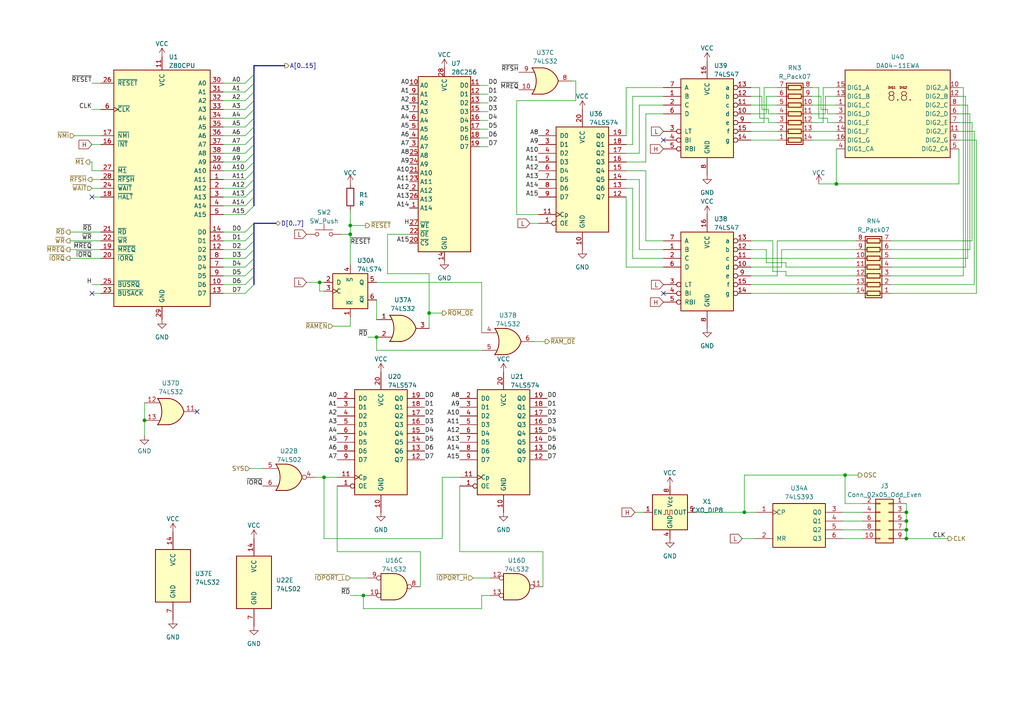
<source format=kicad_sch>
(kicad_sch (version 20230121) (generator eeschema)
  (paper "A4")
  (junction (at 242.57 53.34))
  (junction (at 262.89 148.59))
  (junction (at 124.46 90.805))
  (junction (at 215.9 148.59))
  (junction (at 262.89 151.13))
  (junction (at 262.89 153.67))
  (junction (at 101.6 67.945))
  (junction (at 41.91 121.92))
  (junction (at 92.71 81.915))
  (junction (at 245.11 137.795))
  (junction (at 105.41 172.72))
  (junction (at 109.22 97.79))
  (junction (at 93.98 138.43))
  (junction (at 262.89 156.21))
  (junction (at 101.6 65.405))
  (no_connect (at 192.405 85.09))
  (no_connect (at 26.67 57.15))
  (no_connect (at 26.67 85.09))
  (no_connect (at 192.405 40.64))
  (no_connect (at 57.15 119.38))
  (bus_entry (at 71.12 62.23) (size 2.54 -2.54))
  (bus_entry (at 71.12 26.67) (size 2.54 -2.54))
  (bus_entry (at 71.12 54.61) (size 2.54 -2.54))
  (bus_entry (at 71.12 44.45) (size 2.54 -2.54))
  (bus_entry (at 71.12 46.99) (size 2.54 -2.54))
  (bus_entry (at 71.12 82.55) (size 2.54 -2.54))
  (bus_entry (at 71.12 29.21) (size 2.54 -2.54))
  (bus_entry (at 71.12 85.09) (size 2.54 -2.54))
  (bus_entry (at 71.12 57.15) (size 2.54 -2.54))
  (bus_entry (at 71.12 36.83) (size 2.54 -2.54))
  (bus_entry (at 71.12 39.37) (size 2.54 -2.54))
  (bus_entry (at 71.12 74.93) (size 2.54 -2.54))
  (bus_entry (at 71.12 52.07) (size 2.54 -2.54))
  (bus_entry (at 71.12 24.13) (size 2.54 -2.54))
  (bus_entry (at 71.12 59.69) (size 2.54 -2.54))
  (bus_entry (at 71.12 72.39) (size 2.54 -2.54))
  (bus_entry (at 71.12 49.53) (size 2.54 -2.54))
  (bus_entry (at 71.12 41.91) (size 2.54 -2.54))
  (bus_entry (at 71.12 34.29) (size 2.54 -2.54))
  (bus_entry (at 71.12 80.01) (size 2.54 -2.54))
  (bus_entry (at 71.12 77.47) (size 2.54 -2.54))
  (bus_entry (at 71.12 31.75) (size 2.54 -2.54))
  (bus_entry (at 71.12 67.31) (size 2.54 -2.54))
  (bus_entry (at 71.12 69.85) (size 2.54 -2.54))
  (wire (pts (xy 64.77 39.37) (xy 71.12 39.37)))
  (wire (pts (xy 244.475 151.13) (xy 250.19 151.13)))
  (wire (pts (xy 283.21 40.64) (xy 278.13 40.64)))
  (bus (pts (xy 73.66 41.91) (xy 73.66 39.37)))
  (wire (pts (xy 64.77 72.39) (xy 71.12 72.39)))
  (wire (pts (xy 281.94 35.56) (xy 278.13 35.56)))
  (wire (pts (xy 262.89 148.59) (xy 262.89 151.13)))
  (wire (pts (xy 245.11 137.795) (xy 248.92 137.795)))
  (wire (pts (xy 139.065 34.925) (xy 141.605 34.925)))
  (wire (pts (xy 26.67 41.91) (xy 29.21 41.91)))
  (wire (pts (xy 238.125 27.94) (xy 238.125 31.75)))
  (wire (pts (xy 262.89 156.21) (xy 274.955 156.21)))
  (wire (pts (xy 121.92 160.02) (xy 121.92 170.18)))
  (bus (pts (xy 73.66 64.77) (xy 80.01 64.77)))
  (wire (pts (xy 105.41 172.72) (xy 106.68 172.72)))
  (wire (pts (xy 217.805 82.55) (xy 248.285 82.55)))
  (wire (pts (xy 226.695 72.39) (xy 248.285 72.39)))
  (bus (pts (xy 73.66 67.31) (xy 73.66 64.77)))
  (wire (pts (xy 139.065 32.385) (xy 141.605 32.385)))
  (wire (pts (xy 64.77 57.15) (xy 71.12 57.15)))
  (wire (pts (xy 154.94 99.06) (xy 158.115 99.06)))
  (wire (pts (xy 239.395 33.02) (xy 239.395 27.94)))
  (wire (pts (xy 181.61 77.47) (xy 192.405 77.47)))
  (wire (pts (xy 235.585 33.02) (xy 239.395 33.02)))
  (wire (pts (xy 183.515 27.94) (xy 192.405 27.94)))
  (wire (pts (xy 157.48 160.02) (xy 157.48 170.18)))
  (wire (pts (xy 97.79 140.97) (xy 97.79 160.02)))
  (wire (pts (xy 185.42 44.45) (xy 185.42 30.48)))
  (wire (pts (xy 240.03 31.75) (xy 240.03 33.02)))
  (wire (pts (xy 101.6 76.835) (xy 101.6 67.945)))
  (wire (pts (xy 64.77 82.55) (xy 71.12 82.55)))
  (wire (pts (xy 139.065 42.545) (xy 141.605 42.545)))
  (wire (pts (xy 26.67 82.55) (xy 29.21 82.55)))
  (wire (pts (xy 238.125 31.75) (xy 240.03 31.75)))
  (wire (pts (xy 128.27 138.43) (xy 128.27 156.21)))
  (wire (pts (xy 281.94 69.85) (xy 281.94 35.56)))
  (bus (pts (xy 73.66 52.07) (xy 73.66 49.53)))
  (wire (pts (xy 283.21 85.09) (xy 283.21 40.64)))
  (bus (pts (xy 73.66 46.99) (xy 73.66 44.45)))
  (wire (pts (xy 240.03 33.02) (xy 242.57 33.02)))
  (wire (pts (xy 97.79 160.02) (xy 121.92 160.02)))
  (bus (pts (xy 73.66 21.59) (xy 73.66 19.05)))
  (wire (pts (xy 215.265 156.21) (xy 219.075 156.21)))
  (wire (pts (xy 201.93 148.59) (xy 215.9 148.59)))
  (wire (pts (xy 217.805 72.39) (xy 222.25 72.39)))
  (wire (pts (xy 64.77 67.31) (xy 71.12 67.31)))
  (wire (pts (xy 167.005 29.21) (xy 149.86 29.21)))
  (wire (pts (xy 217.805 35.56) (xy 221.615 35.56)))
  (wire (pts (xy 64.77 26.67) (xy 71.12 26.67)))
  (wire (pts (xy 235.585 40.64) (xy 242.57 40.64)))
  (wire (pts (xy 64.77 59.69) (xy 71.12 59.69)))
  (wire (pts (xy 225.425 69.85) (xy 248.285 69.85)))
  (wire (pts (xy 64.77 31.75) (xy 71.12 31.75)))
  (wire (pts (xy 181.61 57.15) (xy 181.61 77.47)))
  (wire (pts (xy 238.76 35.56) (xy 235.585 35.56)))
  (wire (pts (xy 139.7 172.72) (xy 139.7 176.53)))
  (wire (pts (xy 217.805 85.09) (xy 248.285 85.09)))
  (wire (pts (xy 153.67 64.77) (xy 156.21 64.77)))
  (wire (pts (xy 101.6 94.615) (xy 96.52 94.615)))
  (wire (pts (xy 64.77 24.13) (xy 71.12 24.13)))
  (wire (pts (xy 20.32 72.39) (xy 29.21 72.39)))
  (wire (pts (xy 41.91 116.84) (xy 41.91 121.92)))
  (wire (pts (xy 101.6 65.405) (xy 106.045 65.405)))
  (wire (pts (xy 105.41 176.53) (xy 105.41 172.72)))
  (wire (pts (xy 64.77 80.01) (xy 71.12 80.01)))
  (wire (pts (xy 242.57 25.4) (xy 238.76 25.4)))
  (wire (pts (xy 64.77 52.07) (xy 71.12 52.07)))
  (wire (pts (xy 26.67 57.15) (xy 29.21 57.15)))
  (wire (pts (xy 227.965 76.2) (xy 227.965 77.47)))
  (wire (pts (xy 280.035 77.47) (xy 258.445 77.47)))
  (wire (pts (xy 235.585 38.1) (xy 242.57 38.1)))
  (wire (pts (xy 227.965 78.74) (xy 227.965 80.01)))
  (wire (pts (xy 101.6 67.945) (xy 99.06 67.945)))
  (wire (pts (xy 221.615 25.4) (xy 225.425 25.4)))
  (wire (pts (xy 109.22 81.915) (xy 139.7 81.915)))
  (wire (pts (xy 64.77 29.21) (xy 71.12 29.21)))
  (wire (pts (xy 281.305 33.02) (xy 281.305 72.39)))
  (wire (pts (xy 26.67 31.75) (xy 29.21 31.75)))
  (wire (pts (xy 222.25 33.02) (xy 222.25 27.94)))
  (wire (pts (xy 221.615 35.56) (xy 221.615 25.4)))
  (wire (pts (xy 181.61 44.45) (xy 185.42 44.45)))
  (wire (pts (xy 217.805 38.1) (xy 225.425 38.1)))
  (wire (pts (xy 92.71 81.915) (xy 93.98 81.915)))
  (wire (pts (xy 258.445 85.09) (xy 283.21 85.09)))
  (wire (pts (xy 222.25 76.2) (xy 227.965 76.2)))
  (wire (pts (xy 133.35 140.97) (xy 133.35 160.02)))
  (wire (pts (xy 64.77 36.83) (xy 71.12 36.83)))
  (wire (pts (xy 101.6 167.64) (xy 106.68 167.64)))
  (wire (pts (xy 109.22 86.995) (xy 109.22 92.71)))
  (wire (pts (xy 237.49 34.29) (xy 240.03 34.29)))
  (wire (pts (xy 26.67 49.53) (xy 29.21 49.53)))
  (wire (pts (xy 222.885 35.56) (xy 225.425 35.56)))
  (wire (pts (xy 181.61 52.07) (xy 185.42 52.07)))
  (wire (pts (xy 93.98 138.43) (xy 97.79 138.43)))
  (wire (pts (xy 26.67 52.07) (xy 29.21 52.07)))
  (wire (pts (xy 192.405 74.93) (xy 183.515 74.93)))
  (wire (pts (xy 224.155 78.74) (xy 227.965 78.74)))
  (wire (pts (xy 139.7 96.52) (xy 139.7 81.915)))
  (wire (pts (xy 237.49 25.4) (xy 237.49 34.29)))
  (wire (pts (xy 222.885 34.29) (xy 222.885 35.56)))
  (wire (pts (xy 106.68 97.79) (xy 109.22 97.79)))
  (bus (pts (xy 73.66 26.67) (xy 73.66 24.13)))
  (wire (pts (xy 258.445 72.39) (xy 281.305 72.39)))
  (wire (pts (xy 226.695 77.47) (xy 226.695 72.39)))
  (wire (pts (xy 217.805 74.93) (xy 248.285 74.93)))
  (wire (pts (xy 183.515 74.93) (xy 183.515 54.61)))
  (bus (pts (xy 73.66 24.13) (xy 73.66 21.59)))
  (wire (pts (xy 167.005 23.495) (xy 167.005 29.21)))
  (wire (pts (xy 124.46 90.805) (xy 128.27 90.805)))
  (wire (pts (xy 139.7 176.53) (xy 105.41 176.53)))
  (wire (pts (xy 142.24 172.72) (xy 139.7 172.72)))
  (bus (pts (xy 73.66 54.61) (xy 73.66 52.07)))
  (wire (pts (xy 26.67 46.99) (xy 26.67 49.53)))
  (wire (pts (xy 118.745 67.945) (xy 112.395 67.945)))
  (wire (pts (xy 26.67 85.09) (xy 29.21 85.09)))
  (wire (pts (xy 244.475 153.67) (xy 250.19 153.67)))
  (wire (pts (xy 139.065 37.465) (xy 141.605 37.465)))
  (wire (pts (xy 235.585 25.4) (xy 237.49 25.4)))
  (bus (pts (xy 73.66 36.83) (xy 73.66 34.29)))
  (wire (pts (xy 184.15 148.59) (xy 186.69 148.59)))
  (wire (pts (xy 187.325 46.99) (xy 187.325 33.02)))
  (wire (pts (xy 278.13 38.1) (xy 282.575 38.1)))
  (wire (pts (xy 217.805 27.94) (xy 220.98 27.94)))
  (bus (pts (xy 73.66 72.39) (xy 73.66 69.85)))
  (wire (pts (xy 242.57 43.18) (xy 242.57 53.34)))
  (bus (pts (xy 73.66 44.45) (xy 73.66 41.91)))
  (wire (pts (xy 149.86 62.23) (xy 156.21 62.23)))
  (wire (pts (xy 244.475 148.59) (xy 250.19 148.59)))
  (wire (pts (xy 149.86 29.21) (xy 149.86 62.23)))
  (wire (pts (xy 101.6 172.72) (xy 105.41 172.72)))
  (wire (pts (xy 282.575 38.1) (xy 282.575 82.55)))
  (wire (pts (xy 235.585 30.48) (xy 242.57 30.48)))
  (wire (pts (xy 109.22 97.79) (xy 109.22 101.6)))
  (wire (pts (xy 222.25 72.39) (xy 222.25 76.2)))
  (wire (pts (xy 278.13 33.02) (xy 281.305 33.02)))
  (wire (pts (xy 93.98 84.455) (xy 92.71 84.455)))
  (wire (pts (xy 240.03 34.29) (xy 240.03 35.56)))
  (bus (pts (xy 73.66 29.21) (xy 73.66 26.67)))
  (wire (pts (xy 217.805 25.4) (xy 220.345 25.4)))
  (wire (pts (xy 262.89 153.67) (xy 262.89 156.21)))
  (wire (pts (xy 183.515 54.61) (xy 181.61 54.61)))
  (wire (pts (xy 20.32 67.31) (xy 29.21 67.31)))
  (wire (pts (xy 237.49 53.34) (xy 242.57 53.34)))
  (wire (pts (xy 258.445 74.93) (xy 280.67 74.93)))
  (wire (pts (xy 128.27 156.21) (xy 93.98 156.21)))
  (wire (pts (xy 187.325 69.85) (xy 187.325 49.53)))
  (wire (pts (xy 64.77 69.85) (xy 71.12 69.85)))
  (wire (pts (xy 262.89 146.05) (xy 262.89 148.59)))
  (wire (pts (xy 133.35 138.43) (xy 128.27 138.43)))
  (wire (pts (xy 112.395 67.945) (xy 112.395 79.375)))
  (wire (pts (xy 220.98 31.75) (xy 222.885 31.75)))
  (wire (pts (xy 217.805 77.47) (xy 226.695 77.47)))
  (wire (pts (xy 124.46 90.805) (xy 124.46 95.25)))
  (wire (pts (xy 181.61 41.91) (xy 183.515 41.91)))
  (wire (pts (xy 139.065 27.305) (xy 141.605 27.305)))
  (wire (pts (xy 139.065 29.845) (xy 141.605 29.845)))
  (wire (pts (xy 240.03 35.56) (xy 242.57 35.56)))
  (wire (pts (xy 222.885 31.75) (xy 222.885 33.02)))
  (wire (pts (xy 217.805 33.02) (xy 222.25 33.02)))
  (wire (pts (xy 26.67 24.13) (xy 29.21 24.13)))
  (wire (pts (xy 224.155 69.85) (xy 224.155 78.74)))
  (wire (pts (xy 238.76 25.4) (xy 238.76 35.56)))
  (wire (pts (xy 137.16 167.64) (xy 142.24 167.64)))
  (wire (pts (xy 279.4 25.4) (xy 279.4 80.01)))
  (wire (pts (xy 242.57 53.34) (xy 278.13 53.34)))
  (wire (pts (xy 112.395 79.375) (xy 124.46 79.375)))
  (wire (pts (xy 220.345 25.4) (xy 220.345 34.29)))
  (bus (pts (xy 73.66 80.01) (xy 73.66 77.47)))
  (wire (pts (xy 215.9 137.795) (xy 245.11 137.795)))
  (wire (pts (xy 181.61 25.4) (xy 181.61 39.37)))
  (wire (pts (xy 280.67 74.93) (xy 280.67 30.48)))
  (wire (pts (xy 217.805 40.64) (xy 225.425 40.64)))
  (wire (pts (xy 20.32 74.93) (xy 29.21 74.93)))
  (wire (pts (xy 92.71 84.455) (xy 92.71 81.915)))
  (wire (pts (xy 101.6 92.075) (xy 101.6 94.615)))
  (wire (pts (xy 165.735 23.495) (xy 167.005 23.495)))
  (wire (pts (xy 101.6 60.96) (xy 101.6 65.405)))
  (bus (pts (xy 73.66 19.05) (xy 82.55 19.05)))
  (wire (pts (xy 215.9 148.59) (xy 219.075 148.59)))
  (bus (pts (xy 73.66 59.69) (xy 73.66 57.15)))
  (wire (pts (xy 64.77 49.53) (xy 71.12 49.53)))
  (wire (pts (xy 72.39 135.89) (xy 76.2 135.89)))
  (wire (pts (xy 217.805 30.48) (xy 225.425 30.48)))
  (wire (pts (xy 217.805 80.01) (xy 225.425 80.01)))
  (wire (pts (xy 217.805 69.85) (xy 224.155 69.85)))
  (wire (pts (xy 139.7 101.6) (xy 109.22 101.6)))
  (wire (pts (xy 26.035 46.99) (xy 26.67 46.99)))
  (wire (pts (xy 192.405 69.85) (xy 187.325 69.85)))
  (wire (pts (xy 93.98 156.21) (xy 93.98 138.43)))
  (wire (pts (xy 124.46 79.375) (xy 124.46 90.805)))
  (wire (pts (xy 220.98 27.94) (xy 220.98 31.75)))
  (bus (pts (xy 73.66 74.93) (xy 73.66 72.39)))
  (wire (pts (xy 64.77 77.47) (xy 71.12 77.47)))
  (wire (pts (xy 64.77 85.09) (xy 71.12 85.09)))
  (wire (pts (xy 280.67 30.48) (xy 278.13 30.48)))
  (wire (pts (xy 41.91 121.92) (xy 41.91 126.365)))
  (bus (pts (xy 73.66 31.75) (xy 73.66 29.21)))
  (wire (pts (xy 64.77 54.61) (xy 71.12 54.61)))
  (wire (pts (xy 282.575 82.55) (xy 258.445 82.55)))
  (wire (pts (xy 187.325 49.53) (xy 181.61 49.53)))
  (wire (pts (xy 222.885 33.02) (xy 225.425 33.02)))
  (wire (pts (xy 279.4 25.4) (xy 278.13 25.4)))
  (wire (pts (xy 192.405 25.4) (xy 181.61 25.4)))
  (wire (pts (xy 185.42 52.07) (xy 185.42 72.39)))
  (wire (pts (xy 139.065 24.765) (xy 141.605 24.765)))
  (wire (pts (xy 185.42 30.48) (xy 192.405 30.48)))
  (wire (pts (xy 235.585 27.94) (xy 238.125 27.94)))
  (wire (pts (xy 262.89 151.13) (xy 262.89 153.67)))
  (wire (pts (xy 227.965 77.47) (xy 248.285 77.47)))
  (wire (pts (xy 64.77 44.45) (xy 71.12 44.45)))
  (wire (pts (xy 183.515 41.91) (xy 183.515 27.94)))
  (wire (pts (xy 91.44 138.43) (xy 93.98 138.43)))
  (wire (pts (xy 64.77 34.29) (xy 71.12 34.29)))
  (wire (pts (xy 139.065 40.005) (xy 141.605 40.005)))
  (wire (pts (xy 239.395 27.94) (xy 242.57 27.94)))
  (wire (pts (xy 185.42 72.39) (xy 192.405 72.39)))
  (wire (pts (xy 279.4 80.01) (xy 258.445 80.01)))
  (bus (pts (xy 73.66 82.55) (xy 73.66 80.01)))
  (wire (pts (xy 101.6 65.405) (xy 101.6 67.945)))
  (wire (pts (xy 26.67 54.61) (xy 29.21 54.61)))
  (wire (pts (xy 278.13 27.94) (xy 280.035 27.94)))
  (wire (pts (xy 245.11 146.05) (xy 245.11 137.795)))
  (bus (pts (xy 73.66 57.15) (xy 73.66 54.61)))
  (wire (pts (xy 227.965 80.01) (xy 248.285 80.01)))
  (wire (pts (xy 64.77 46.99) (xy 71.12 46.99)))
  (wire (pts (xy 133.35 160.02) (xy 157.48 160.02)))
  (wire (pts (xy 280.035 27.94) (xy 280.035 77.47)))
  (wire (pts (xy 20.32 69.85) (xy 29.21 69.85)))
  (wire (pts (xy 278.13 53.34) (xy 278.13 43.18)))
  (wire (pts (xy 225.425 80.01) (xy 225.425 69.85)))
  (bus (pts (xy 73.66 69.85) (xy 73.66 67.31)))
  (wire (pts (xy 245.11 146.05) (xy 250.19 146.05)))
  (bus (pts (xy 73.66 39.37) (xy 73.66 36.83)))
  (bus (pts (xy 73.66 49.53) (xy 73.66 46.99)))
  (bus (pts (xy 73.66 77.47) (xy 73.66 74.93)))
  (bus (pts (xy 73.66 34.29) (xy 73.66 31.75)))
  (wire (pts (xy 220.345 34.29) (xy 222.885 34.29)))
  (wire (pts (xy 64.77 41.91) (xy 71.12 41.91)))
  (wire (pts (xy 21.59 39.37) (xy 29.21 39.37)))
  (wire (pts (xy 181.61 46.99) (xy 187.325 46.99)))
  (wire (pts (xy 187.325 33.02) (xy 192.405 33.02)))
  (wire (pts (xy 64.77 62.23) (xy 71.12 62.23)))
  (wire (pts (xy 258.445 69.85) (xy 281.94 69.85)))
  (wire (pts (xy 244.475 156.21) (xy 250.19 156.21)))
  (wire (pts (xy 215.9 137.795) (xy 215.9 148.59)))
  (wire (pts (xy 88.9 81.915) (xy 92.71 81.915)))
  (wire (pts (xy 64.77 74.93) (xy 71.12 74.93)))
  (wire (pts (xy 222.25 27.94) (xy 225.425 27.94)))
  (text "'Maginot Line' bug:\nIf SYS is not qualified by next M1, an NMI triggered by an IO would\nimmediately switch the system to SYS mode, then the IO would be \nallowed to proceed. (If gate delay is fast enough to enable IO\nbefore /WR or /IORQ rises) Therefore nullifying the entire IO\nprotection system. A program can perform 1 IO operation before\nMonika can intervene and stop it. A program can even prevent\nMonika from intervening by using the write to swap out zero page" (at 293.37 -31.75 0) (effects (font (size 1.27 1.27)) (justify left bottom)))
  (text "'Infinite return' bug:\nIf SYS is not qualified with M1, a write to GOUSR would immediately\nput the system to USR mode. Thus the write would cause an NMI.\nA service routine would then be called, and return by writing to\nGOUSR, creating an infinite loop in which the system can never\nexit SYS mode." (at 293.37 -17.78 0) (effects (font (size 1.27 1.27)) (justify left bottom)))
  (text "U19A generate the 'original' sys signal (indicating RST instruction)\nSYSGATE is for emulation. Some machines use RST for other functions.\nNeed to keep those virtual machines in user mode.\nThe signal is qualified with rising edge of /M1 signal.\nData may be unstable during memory access, if RST accidentally\nforms, HEC should not be put into sys mode.\n/NMI is qualified with falling edge of CLK (rising of /CLK),\nthen immediately falling edge of /M1 (rising of M1).\nIf this is not done, an NMI happening between the last cycle of\none instruction and the beginning of the next will qualify as a\nSYS transition. Thus allowing the next user instruction to\nperform IO. This will cause very-hard-to-debug problem that\nonly happens on extremely rare situations, thus have to be avoided.\nThis circuit will miss any transient NMI pulse ending before \nlast cycle of instruction. An RS flip-flop can solve this issue\n(set by /NMI, reset when /NMI is qualified by falling of M1)\nthis replicates the internal operations of Z80. However, since\nall interrupts on the HEC are held until serviced, this circuit\nis not necessary." (at 196.85 -6.35 0) (effects (font (size 1.27 1.27)) (justify left bottom)))
  (text "Device 0 (system device) port arrangement:\nport 0: PAGE_L: lower byte of the page address\nport 1: PAGE_H: higher nibble of the page address and attribute bits\nport 2: PID/TIMER: process id (write)\nport 3: INTERRUPT: interrupt state (read, clears protection interrupts) or interrupt mask (write)\nport 4: FADDR_L: lower address of the page fault\nport 5: FADDR_H: higher address of the page fault\nport 6: INTEN: enable interrupt\nport 7: GOUSR: go to user mode" (at 312.42 12.7 0) (effects (font (size 1.27 1.27)) (justify left bottom)))
  (text "weird stuff with HEC:\nslower CPU would work, faster would not (solved by using the fastest\nand designing with the constraints of z84c0020). Even at slow clock.\nIOMM (IO mapped memory)\nflipping the bus on its head (address bus twister)\ncatching instructions (the GAL)\nlatching address bus (for IN B/C,(BC) and LD H/L,(HL))\nDDCB prefix (and FDCB, this should be talked together with \ninstrction catcher)\nAND instructions\nUsing instruction length to our advantage (all IO are 2 bytes)\nA push to nothing (avoiding sys access PUSH when responding to NMI)\n'Phantom stack': two registers acting as a fake stack for calls and returns" (at 224.79 -62.23 0) (effects (font (size 1.27 1.27)) (justify left bottom)))
  (label "H" (at 26.67 82.55 180))
  (label "D5" (at 123.19 128.27 0))
  (label "A9" (at 67.31 46.99 0))
  (label "D0" (at 123.19 115.57 0))
  (label "A3" (at 67.31 31.75 0))
  (label "A5" (at 67.31 36.83 0))
  (label "A14" (at 67.31 59.69 0))
  (label "~{RFSH}" (at 150.495 20.955 180))
  (label "A15" (at 118.745 70.485 180))
  (label "A1" (at 97.79 118.11 180))
  (label "D0" (at 141.605 24.765 0))
  (label "D6" (at 158.75 130.81 0))
  (label "A3" (at 118.745 32.385 180))
  (label "~{IORQ}" (at 76.2 140.97 180))
  (label "A2" (at 118.745 29.845 180))
  (label "~{RD}" (at 26.67 67.31 180))
  (label "A12" (at 118.745 55.245 180))
  (label "A9" (at 133.35 118.11 180))
  (label "D4" (at 158.75 125.73 0))
  (label "A10" (at 118.745 50.165 180))
  (label "D1" (at 123.19 118.11 0))
  (label "~{WR}" (at 26.67 69.85 180))
  (label "A13" (at 156.21 52.07 180))
  (label "D4" (at 67.31 77.47 0))
  (label "A3" (at 97.79 123.19 180))
  (label "D6" (at 123.19 130.81 0))
  (label "A9" (at 156.21 41.91 180))
  (label "A8" (at 133.35 115.57 180))
  (label "A0" (at 67.31 24.13 0))
  (label "~{MREQ}" (at 150.495 26.035 180))
  (label "A7" (at 97.79 133.35 180))
  (label "D5" (at 141.605 37.465 0))
  (label "A2" (at 97.79 120.65 180))
  (label "A14" (at 156.21 54.61 180))
  (label "D3" (at 123.19 123.19 0))
  (label "D0" (at 67.31 67.31 0))
  (label "A13" (at 118.745 57.785 180))
  (label "D7" (at 67.31 85.09 0))
  (label "D1" (at 67.31 69.85 0))
  (label "A7" (at 118.745 42.545 180))
  (label "D3" (at 158.75 123.19 0))
  (label "A4" (at 67.31 34.29 0))
  (label "D1" (at 141.605 27.305 0))
  (label "A0" (at 97.79 115.57 180))
  (label "A11" (at 118.745 52.705 180))
  (label "D2" (at 123.19 120.65 0))
  (label "A13" (at 67.31 57.15 0))
  (label "H" (at 118.745 65.405 180))
  (label "A10" (at 156.21 44.45 180))
  (label "A14" (at 118.745 60.325 180))
  (label "D5" (at 67.31 80.01 0))
  (label "A7" (at 67.31 41.91 0))
  (label "D2" (at 67.31 72.39 0))
  (label "D1" (at 158.75 118.11 0))
  (label "D2" (at 141.605 29.845 0))
  (label "A6" (at 118.745 40.005 180))
  (label "A4" (at 118.745 34.925 180))
  (label "D3" (at 141.605 32.385 0))
  (label "A2" (at 67.31 29.21 0))
  (label "CLK" (at 270.51 156.21 0))
  (label "A9" (at 118.745 47.625 180))
  (label "~{MREQ}" (at 26.67 72.39 180))
  (label "A11" (at 133.35 123.19 180))
  (label "A15" (at 67.31 62.23 0))
  (label "A12" (at 156.21 49.53 180))
  (label "A6" (at 97.79 130.81 180))
  (label "~{RD}" (at 106.68 97.79 180))
  (label "A1" (at 118.745 27.305 180))
  (label "D7" (at 123.19 133.35 0))
  (label "A10" (at 133.35 120.65 180))
  (label "D7" (at 158.75 133.35 0))
  (label "A11" (at 156.21 46.99 180))
  (label "D6" (at 67.31 82.55 0))
  (label "A8" (at 156.21 39.37 180))
  (label "A10" (at 67.31 49.53 0))
  (label "A11" (at 67.31 52.07 0))
  (label "D5" (at 158.75 128.27 0))
  (label "A6" (at 67.31 39.37 0))
  (label "D3" (at 67.31 74.93 0))
  (label "A5" (at 97.79 128.27 180))
  (label "A12" (at 133.35 125.73 180))
  (label "D6" (at 141.605 40.005 0))
  (label "~{IORQ}" (at 26.67 74.93 180))
  (label "~{RESET}" (at 101.6 71.12 0))
  (label "A13" (at 133.35 128.27 180))
  (label "D0" (at 158.75 115.57 0))
  (label "A8" (at 67.31 44.45 0))
  (label "A0" (at 118.745 24.765 180))
  (label "D4" (at 141.605 34.925 0))
  (label "A15" (at 133.35 133.35 180))
  (label "D7" (at 141.605 42.545 0))
  (label "A15" (at 156.21 57.15 180))
  (label "D2" (at 158.75 120.65 0))
  (label "A1" (at 67.31 26.67 0))
  (label "~{RD}" (at 101.6 172.72 180))
  (label "A12" (at 67.31 54.61 0))
  (label "A14" (at 133.35 130.81 180))
  (label "CLK" (at 26.67 31.75 180))
  (label "D4" (at 123.19 125.73 0))
  (label "A8" (at 118.745 45.085 180))
  (label "~{RESET}" (at 26.67 24.13 180))
  (label "A4" (at 97.79 125.73 180))
  (label "A5" (at 118.745 37.465 180))
  (global_label "L" (shape input) (at 88.9 67.945 180) (property "Intersheetrefs" "${INTERSHEET_REFS}" (effects hide)))
  (global_label "H" (shape input) (at 192.405 43.18 180) (property "Intersheetrefs" "${INTERSHEET_REFS}" (effects hide)))
  (global_label "L" (shape input) (at 153.67 64.77 180) (property "Intersheetrefs" "${INTERSHEET_REFS}" (effects hide)))
  (global_label "H" (shape input) (at 192.405 87.63 180) (property "Intersheetrefs" "${INTERSHEET_REFS}" (effects hide)))
  (global_label "L" (shape input) (at 215.265 156.21 180) (property "Intersheetrefs" "${INTERSHEET_REFS}" (effects hide)))
  (global_label "H" (shape input) (at 26.67 41.91 180) (property "Intersheetrefs" "${INTERSHEET_REFS}" (effects hide)))
  (global_label "H" (shape input) (at 184.15 148.59 180) (property "Intersheetrefs" "${INTERSHEET_REFS}" (effects hide)))
  (global_label "L" (shape input) (at 192.405 82.55 180) (property "Intersheetrefs" "${INTERSHEET_REFS}" (effects hide)))
  (global_label "L" (shape input) (at 192.405 38.1 180) (property "Intersheetrefs" "${INTERSHEET_REFS}" (effects hide)))
  (global_label "L" (shape input) (at 88.9 81.915 180) (property "Intersheetrefs" "${INTERSHEET_REFS}" (effects hide)))
  (hierarchical_label "~{RESET}" (shape output) (at 106.045 65.405 0))
  (hierarchical_label "A[0..15]" (shape output) (at 82.55 19.05 0))
  (hierarchical_label "~{MREQ}" (shape output) (at 20.32 72.39 180))
  (hierarchical_label "SYS" (shape input) (at 72.39 135.89 180))
  (hierarchical_label "~{WAIT}" (shape input) (at 26.67 54.61 180))
  (hierarchical_label "~{IOPORT_H}" (shape input) (at 137.16 167.64 180))
  (hierarchical_label "~{RAM_OE}" (shape output) (at 158.115 99.06 0))
  (hierarchical_label "~{RAMEN}" (shape input) (at 96.52 94.615 180))
  (hierarchical_label "D[0..7]" (shape tri_state) (at 80.01 64.77 0))
  (hierarchical_label "~{IOPORT_L}" (shape input) (at 101.6 167.64 180))
  (hierarchical_label "~{WR}" (shape output) (at 20.32 69.85 180))
  (hierarchical_label "~{ROM_OE}" (shape output) (at 128.27 90.805 0))
  (hierarchical_label "CLK" (shape output) (at 274.955 156.21 0))
  (hierarchical_label "~{NMI}" (shape input) (at 21.59 39.37 180))
  (hierarchical_label "~{M1}" (shape output) (at 26.035 46.99 180))
  (hierarchical_label "~{RD}" (shape output) (at 20.32 67.31 180))
  (hierarchical_label "~{IORQ}" (shape output) (at 20.32 74.93 180))
  (hierarchical_label "OSC" (shape output) (at 248.92 137.795 0))
  (hierarchical_label "~{RFSH}" (shape output) (at 26.67 52.07 180))
  (symbol (lib_id "power:VCC") (at 168.91 31.75 0) (unit 1)
    (property "Reference" "#PWR091" (effects hide))
    (property "Value" "VCC" (at 168.91 27.94 0))
  )
  (symbol (lib_id "Device:R_Pack07") (at 253.365 77.47 90) (unit 1)
    (property "Reference" "RN4" (at 253.365 64.135 90))
    (property "Value" "R_Pack07" (at 253.365 66.675 90))
    (property "Footprint" "Package_DIP:DIP-14_W7.62mm" (effects hide))
  )
  (symbol (lib_id "74xx:74LS47") (at 205.105 77.47 0) (unit 1)
    (property "Reference" "U38" (at 207.0609 63.5 0) (effects (justify left)))
    (property "Value" "74LS47" (at 207.0609 66.04 0) (effects (justify left)))
    (property "Footprint" "Package_DIP:DIP-16_W7.62mm_Socket" (effects hide))
    (property "Datasheet" "http://www.ti.com/lit/gpn/sn74LS47" (effects hide))
  )
  (symbol (lib_id "74xx:74LS32") (at 149.86 170.18 0) (unit 4) (convert 2)
    (property "Reference" "U16" (at 149.86 162.56 0))
    (property "Value" "74LS32" (at 149.86 165.1 0))
    (property "Footprint" "Package_DIP:DIP-14_W7.62mm_Socket" (effects hide))
    (property "Datasheet" "http://www.ti.com/lit/gpn/sn74LS32" (effects hide))
  )
  (symbol (lib_id "power:GND") (at 168.91 72.39 0) (unit 1)
    (property "Reference" "#PWR092" (effects hide))
    (property "Value" "GND" (at 168.91 77.47 0))
  )
  (symbol (lib_id "74xx:74LS574") (at 110.49 128.27 0) (unit 1)
    (property "Reference" "U20" (at 112.4459 109.22 0) (effects (justify left)))
    (property "Value" "74LS574" (at 112.4459 111.76 0) (effects (justify left)))
    (property "Footprint" "Package_DIP:DIP-20_W7.62mm_Socket" (effects hide))
    (property "Datasheet" "http://www.ti.com/lit/gpn/sn74LS574" (effects hide))
  )
  (symbol (lib_id "Display_Character:DA04-11EWA") (at 260.35 33.02 0) (unit 1)
    (property "Reference" "U40" (at 260.35 16.51 0))
    (property "Value" "DA04-11EWA" (at 260.35 19.05 0))
    (property "Footprint" "Display_7Segment:DA04-11SURKWA" (effects hide))
    (property "Datasheet" "http://www.kingbrightusa.com/images/catalog/SPEC/DA04-11EWA.pdf" (effects hide))
  )
  (symbol (lib_id "power:GND") (at 128.905 75.565 0) (unit 1)
    (property "Reference" "#PWR076" (effects hide))
    (property "Value" "GND" (at 128.905 80.645 0))
  )
  (symbol (lib_id "power:GND") (at 73.66 181.61 0) (unit 1)
    (property "Reference" "#PWR015" (effects hide))
    (property "Value" "GND" (at 73.66 186.69 0))
    (instances (project "HEC1" (path "" (reference "#PWR015") (unit 1)) (path "" (reference "#PWR090") (unit 1))))
  )
  (symbol (lib_id "power:GND") (at 146.05 148.59 0) (unit 1)
    (property "Reference" "#PWR030" (effects hide))
    (property "Value" "GND" (at 146.05 153.67 0))
  )
  (symbol (lib_id "74xx:74LS574") (at 168.91 52.07 0) (unit 1)
    (property "Reference" "U36" (at 170.8659 33.02 0) (effects (justify left)))
    (property "Value" "74LS574" (at 170.8659 35.56 0) (effects (justify left)))
    (property "Footprint" "Package_DIP:DIP-20_W7.62mm_Socket" (effects hide))
    (property "Datasheet" "http://www.ti.com/lit/gpn/sn74LS574" (effects hide))
  )
  (symbol (lib_id "power:GND") (at 110.49 148.59 0) (unit 1)
    (property "Reference" "#PWR029" (effects hide))
    (property "Value" "GND" (at 110.49 153.67 0))
  )
  (symbol (lib_id "power:VCC") (at 46.99 16.51 0) (unit 1)
    (property "Reference" "#PWR017" (effects hide))
    (property "Value" "VCC" (at 46.99 12.7 0))
  )
  (symbol (lib_id "Oscillator:CXO_DIP8") (at 194.31 148.59 0) (unit 1)
    (property "Reference" "X1" (at 205.105 145.4659 0))
    (property "Value" "CXO_DIP8" (at 205.105 148.0059 0))
    (property "Footprint" "Oscillator:Oscillator_DIP-8" (effects hide))
    (property "Datasheet" "http://cdn-reichelt.de/documents/datenblatt/B400/OSZI.pdf" (effects hide))
  )
  (symbol (lib_id "power:VCC") (at 110.49 107.95 0) (unit 1)
    (property "Reference" "#PWR027" (effects hide))
    (property "Value" "VCC" (at 110.49 104.14 0))
  )
  (symbol (lib_id "74xx:74LS32") (at 49.53 119.38 0) (unit 4)
    (property "Reference" "U37" (at 49.53 111.125 0))
    (property "Value" "74LS32" (at 49.53 113.665 0))
    (property "Footprint" "Package_DIP:DIP-14_W7.62mm_Socket" (effects hide))
    (property "Datasheet" "http://www.ti.com/lit/gpn/sn74LS32" (effects hide))
  )
  (symbol (lib_id "power:GND") (at 194.31 156.21 0) (unit 1)
    (property "Reference" "#PWR078" (effects hide))
    (property "Value" "GND" (at 194.31 161.29 0))
  )
  (symbol (lib_id "power:VCC") (at 205.105 17.78 0) (unit 1)
    (property "Reference" "#PWR0101" (effects hide))
    (property "Value" "VCC" (at 205.105 13.97 0))
  )
  (symbol (lib_id "power:VCC") (at 128.905 19.685 0) (unit 1)
    (property "Reference" "#PWR075" (effects hide))
    (property "Value" "VCC" (at 128.905 15.875 0))
  )
  (symbol (lib_id "74xx:74LS02") (at 83.82 138.43 0) (unit 2)
    (property "Reference" "U22" (at 83.82 130.81 0))
    (property "Value" "74LS02" (at 83.82 133.35 0))
    (property "Footprint" "Package_DIP:DIP-14_W7.62mm_Socket" (effects hide))
    (property "Datasheet" "http://www.ti.com/lit/gpn/sn74ls02" (effects hide))
  )
  (symbol (lib_id "74xx:74LS393") (at 231.775 151.13 0) (unit 1)
    (property "Reference" "U34" (at 231.775 141.605 0))
    (property "Value" "74LS393" (at 231.775 144.145 0))
    (property "Footprint" "Package_DIP:DIP-14_W7.62mm_Socket" (effects hide))
    (property "Datasheet" "74xx\\74LS393.pdf" (effects hide))
  )
  (symbol (lib_id "Connector_Generic:Conn_02x05_Odd_Even") (at 257.81 151.13 0) (mirror y) (unit 1)
    (property "Reference" "J3" (at 256.54 140.97 0))
    (property "Value" "Conn_02x05_Odd_Even" (at 256.54 143.51 0))
    (property "Footprint" "Connector_PinHeader_2.54mm:PinHeader_2x05_P2.54mm_Vertical" (effects hide))
  )
  (symbol (lib_id "power:GND") (at 50.165 179.705 0) (unit 1)
    (property "Reference" "#PWR093" (effects hide))
    (property "Value" "GND" (at 50.165 184.785 0))
  )
  (symbol (lib_id "power:VCC") (at 237.49 53.34 0) (unit 1)
    (property "Reference" "#PWR0103" (effects hide))
    (property "Value" "VCC" (at 237.49 50.165 0))
  )
  (symbol (lib_id "Switch:SW_Push") (at 93.98 67.945 0) (mirror y) (unit 1)
    (property "Reference" "SW2" (at 93.98 61.595 0))
    (property "Value" "SW_Push" (at 93.98 64.135 0))
    (property "Footprint" "Button_Switch_THT:SW_PUSH_6mm" (effects hide))
  )
  (symbol (lib_id "Memory_EEPROM:28C256") (at 128.905 47.625 0) (unit 1)
    (property "Reference" "U7" (at 130.8609 18.415 0) (effects (justify left)))
    (property "Value" "28C256" (at 130.8609 20.955 0) (effects (justify left)))
    (property "Footprint" "Package_DIP:DIP-28_W15.24mm_Socket" (effects hide))
    (property "Datasheet" "http://ww1.microchip.com/downloads/en/DeviceDoc/doc0006.pdf" (effects hide))
  )
  (symbol (lib_id "74xx:74LS574") (at 146.05 128.27 0) (unit 1)
    (property "Reference" "U21" (at 148.0059 109.22 0) (effects (justify left)))
    (property "Value" "74LS574" (at 148.0059 111.76 0) (effects (justify left)))
    (property "Footprint" "Package_DIP:DIP-20_W7.62mm_Socket" (effects hide))
    (property "Datasheet" "http://www.ti.com/lit/gpn/sn74LS574" (effects hide))
  )
  (symbol (lib_id "74xx:74LS74") (at 101.6 84.455 0) (unit 1)
    (property "Reference" "U30" (at 103.5559 75.565 0) (effects (justify left)))
    (property "Value" "74LS74" (at 103.5559 78.105 0) (effects (justify left)))
    (property "Footprint" "Package_DIP:DIP-14_W7.62mm_Socket" (effects hide))
    (property "Datasheet" "74xx/74hc_hct74.pdf" (effects hide))
  )
  (symbol (lib_id "power:VCC") (at 101.6 53.34 0) (unit 1)
    (property "Reference" "#PWR094" (effects hide))
    (property "Value" "VCC" (at 101.6 50.165 0))
  )
  (symbol (lib_id "74xx:74LS32") (at 158.115 23.495 0) (unit 3)
    (property "Reference" "U37" (at 158.115 15.24 0))
    (property "Value" "74LS32" (at 158.115 17.78 0))
    (property "Footprint" "Package_DIP:DIP-14_W7.62mm_Socket" (effects hide))
    (property "Datasheet" "http://www.ti.com/lit/gpn/sn74LS32" (effects hide))
  )
  (symbol (lib_id "74xx:74LS32") (at 116.84 95.25 0) (unit 1)
    (property "Reference" "U37" (at 116.84 86.995 0))
    (property "Value" "74LS32" (at 116.84 89.535 0))
    (property "Footprint" "Package_DIP:DIP-14_W7.62mm_Socket" (effects hide))
    (property "Datasheet" "http://www.ti.com/lit/gpn/sn74LS32" (effects hide))
  )
  (symbol (lib_id "power:GND") (at 46.99 92.71 0) (unit 1)
    (property "Reference" "#PWR018" (effects hide))
    (property "Value" "GND" (at 46.99 97.79 0))
  )
  (symbol (lib_id "74xx:74LS32") (at 114.3 170.18 0) (unit 3) (convert 2)
    (property "Reference" "U16" (at 114.3 162.56 0))
    (property "Value" "74LS32" (at 114.3 165.1 0))
    (property "Footprint" "Package_DIP:DIP-14_W7.62mm_Socket" (effects hide))
    (property "Datasheet" "http://www.ti.com/lit/gpn/sn74LS32" (effects hide))
  )
  (symbol (lib_id "power:VCC") (at 205.105 62.23 0) (unit 1)
    (property "Reference" "#PWR096" (effects hide))
    (property "Value" "VCC" (at 205.105 58.42 0))
  )
  (symbol (lib_id "74xx:74LS32") (at 147.32 99.06 0) (unit 2)
    (property "Reference" "U37" (at 147.32 91.44 0))
    (property "Value" "74LS32" (at 147.32 93.98 0))
    (property "Footprint" "Package_DIP:DIP-14_W7.62mm_Socket" (effects hide))
    (property "Datasheet" "http://www.ti.com/lit/gpn/sn74LS32" (effects hide))
  )
  (symbol (lib_id "Device:R_Pack07") (at 230.505 33.02 270) (mirror x) (unit 1)
    (property "Reference" "RN3" (at 230.505 19.685 90))
    (property "Value" "R_Pack07" (at 230.505 22.225 90))
    (property "Footprint" "Package_DIP:DIP-14_W7.62mm" (effects hide))
  )
  (symbol (lib_id "power:VCC") (at 146.05 107.95 0) (unit 1)
    (property "Reference" "#PWR028" (effects hide))
    (property "Value" "VCC" (at 146.05 104.14 0))
  )
  (symbol (lib_id "power:VCC") (at 194.31 140.97 0) (unit 1)
    (property "Reference" "#PWR079" (effects hide))
    (property "Value" "VCC" (at 194.31 137.16 0))
  )
  (symbol (lib_id "power:GND") (at 41.91 126.365 0) (unit 1)
    (property "Reference" "#PWR0128" (effects hide))
    (property "Value" "GND" (at 41.91 130.81 0))
  )
  (symbol (lib_id "power:VCC") (at 73.66 156.21 0) (unit 1)
    (property "Reference" "#PWR089" (effects hide))
    (property "Value" "VCC" (at 73.66 152.4 0))
  )
  (symbol (lib_id "Device:R") (at 101.6 57.15 0) (unit 1)
    (property "Reference" "R1" (at 104.14 56.515 0) (effects (justify left)))
    (property "Value" "R" (at 104.14 59.055 0) (effects (justify left)))
    (property "Footprint" "Resistor_THT:R_Axial_DIN0207_L6.3mm_D2.5mm_P7.62mm_Horizontal" (effects hide))
  )
  (symbol (lib_id "74xx:74LS47") (at 205.105 33.02 0) (unit 1)
    (property "Reference" "U39" (at 207.0609 19.05 0) (effects (justify left)))
    (property "Value" "74LS47" (at 207.0609 21.59 0) (effects (justify left)))
    (property "Footprint" "Package_DIP:DIP-16_W7.62mm_Socket" (effects hide))
    (property "Datasheet" "http://www.ti.com/lit/gpn/sn74LS47" (effects hide))
  )
  (symbol (lib_id "CPU:Z80CPU") (at 46.99 54.61 0) (unit 1)
    (property "Reference" "U1" (at 48.9459 16.51 0) (effects (justify left)))
    (property "Value" "Z80CPU" (at 48.9459 19.05 0) (effects (justify left)))
    (property "Footprint" "Package_DIP:DIP-40_W15.24mm_Socket" (effects hide))
    (property "Datasheet" "www.zilog.com/manage_directlink.php?filepath=docs/z80/um0080" (effects hide))
  )
  (symbol (lib_id "74xx:74LS32") (at 50.165 167.005 0) (unit 5)
    (property "Reference" "U37" (at 56.515 166.37 0) (effects (justify left)))
    (property "Value" "74LS32" (at 56.515 168.91 0) (effects (justify left)))
    (property "Footprint" "Package_DIP:DIP-14_W7.62mm_Socket" (effects hide))
    (property "Datasheet" "http://www.ti.com/lit/gpn/sn74LS32" (effects hide))
  )
  (symbol (lib_id "power:VCC") (at 50.165 154.305 0) (unit 1)
    (property "Reference" "#PWR095" (effects hide))
    (property "Value" "VCC" (at 50.165 150.495 0))
  )
  (symbol (lib_id "power:GND") (at 205.105 50.8 0) (unit 1)
    (property "Reference" "#PWR098" (effects hide))
    (property "Value" "GND" (at 205.105 55.88 0))
  )
  (symbol (lib_id "74xx:74LS02") (at 73.66 168.91 0) (unit 5)
    (property "Reference" "U22" (at 80.01 168.275 0) (effects (justify left)))
    (property "Value" "74LS02" (at 80.01 170.815 0) (effects (justify left)))
    (property "Footprint" "Package_DIP:DIP-14_W7.62mm_Socket" (effects hide))
    (property "Datasheet" "http://www.ti.com/lit/gpn/sn74ls02" (effects hide))
  )
  (symbol (lib_id "power:GND") (at 205.105 95.25 0) (unit 1)
    (property "Reference" "#PWR0105" (effects hide))
    (property "Value" "GND" (at 205.105 100.33 0))
  )
)
</source>
